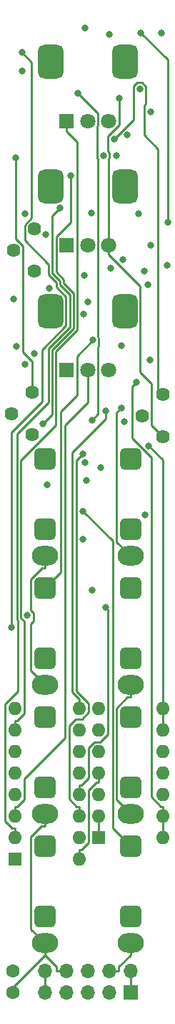
<source format=gbr>
%TF.GenerationSoftware,KiCad,Pcbnew,7.0.1*%
%TF.CreationDate,2023-06-11T21:55:06-04:00*%
%TF.ProjectId,as3340_no_mux,61733333-3430-45f6-9e6f-5f6d75782e6b,rev?*%
%TF.SameCoordinates,Original*%
%TF.FileFunction,Copper,L3,Inr*%
%TF.FilePolarity,Positive*%
%FSLAX46Y46*%
G04 Gerber Fmt 4.6, Leading zero omitted, Abs format (unit mm)*
G04 Created by KiCad (PCBNEW 7.0.1) date 2023-06-11 21:55:06*
%MOMM*%
%LPD*%
G01*
G04 APERTURE LIST*
G04 Aperture macros list*
%AMRoundRect*
0 Rectangle with rounded corners*
0 $1 Rounding radius*
0 $2 $3 $4 $5 $6 $7 $8 $9 X,Y pos of 4 corners*
0 Add a 4 corners polygon primitive as box body*
4,1,4,$2,$3,$4,$5,$6,$7,$8,$9,$2,$3,0*
0 Add four circle primitives for the rounded corners*
1,1,$1+$1,$2,$3*
1,1,$1+$1,$4,$5*
1,1,$1+$1,$6,$7*
1,1,$1+$1,$8,$9*
0 Add four rect primitives between the rounded corners*
20,1,$1+$1,$2,$3,$4,$5,0*
20,1,$1+$1,$4,$5,$6,$7,0*
20,1,$1+$1,$6,$7,$8,$9,0*
20,1,$1+$1,$8,$9,$2,$3,0*%
G04 Aperture macros list end*
%TA.AperFunction,ComponentPad*%
%ADD10R,1.800000X1.800000*%
%TD*%
%TA.AperFunction,ComponentPad*%
%ADD11C,1.800000*%
%TD*%
%TA.AperFunction,ComponentPad*%
%ADD12RoundRect,0.750000X0.750000X-1.250000X0.750000X1.250000X-0.750000X1.250000X-0.750000X-1.250000X0*%
%TD*%
%TA.AperFunction,ComponentPad*%
%ADD13C,1.620000*%
%TD*%
%TA.AperFunction,ComponentPad*%
%ADD14O,3.100000X2.300000*%
%TD*%
%TA.AperFunction,ComponentPad*%
%ADD15RoundRect,0.650000X-0.650000X-0.650000X0.650000X-0.650000X0.650000X0.650000X-0.650000X0.650000X0*%
%TD*%
%TA.AperFunction,ComponentPad*%
%ADD16C,1.600000*%
%TD*%
%TA.AperFunction,ComponentPad*%
%ADD17R,1.600000X1.600000*%
%TD*%
%TA.AperFunction,ComponentPad*%
%ADD18O,1.600000X1.600000*%
%TD*%
%TA.AperFunction,ComponentPad*%
%ADD19R,1.700000X1.700000*%
%TD*%
%TA.AperFunction,ComponentPad*%
%ADD20O,1.700000X1.700000*%
%TD*%
%TA.AperFunction,ViaPad*%
%ADD21C,0.800000*%
%TD*%
%TA.AperFunction,Conductor*%
%ADD22C,0.250000*%
%TD*%
G04 APERTURE END LIST*
D10*
%TO.N,Net-(R38-Pad1)*%
%TO.C,RV9*%
X185460000Y-73106000D03*
D11*
%TO.N,Net-(U2-VEE)*%
X187960000Y-73106000D03*
X190460000Y-73106000D03*
D12*
%TO.N,N/C*%
X183560000Y-66106000D03*
X192360000Y-66106000D03*
%TD*%
D10*
%TO.N,Net-(R4-Pad1)*%
%TO.C,RV7*%
X185460000Y-58374000D03*
D11*
X187960000Y-58374000D03*
%TO.N,+15V*%
X190460000Y-58374000D03*
D12*
%TO.N,N/C*%
X183560000Y-51374000D03*
X192360000Y-51374000D03*
%TD*%
D10*
%TO.N,Net-(U2-VHFT)*%
%TO.C,RV5*%
X185460000Y-43688000D03*
D11*
%TO.N,Net-(R17-Pad2)*%
X187960000Y-43688000D03*
%TO.N,GND*%
X190460000Y-43688000D03*
D12*
%TO.N,N/C*%
X183560000Y-36688000D03*
X192360000Y-36688000D03*
%TD*%
D13*
%TO.N,-15V*%
%TO.C,SineBiasTrim1*%
X181411000Y-75732000D03*
%TO.N,Net-(R55-Pad2)*%
X178911000Y-78232000D03*
%TO.N,+15V*%
X181411000Y-80732000D03*
%TD*%
D14*
%TO.N,GND*%
%TO.C,J15*%
X193040000Y-140716000D03*
D15*
%TO.N,Net-(J15-PadR)*%
X193040000Y-129316000D03*
%TO.N,N/C*%
X193040000Y-137616000D03*
%TD*%
%TO.N,N/C*%
%TO.C,J1*%
X182880000Y-122376000D03*
%TO.N,Net-(J25-Pin_1)*%
X182880000Y-114076000D03*
D14*
%TO.N,GND*%
X182880000Y-125476000D03*
%TD*%
%TO.N,GND*%
%TO.C,J5*%
X182880000Y-140716000D03*
D15*
%TO.N,Net-(J29-Pin_1)*%
X182880000Y-129316000D03*
%TO.N,N/C*%
X182880000Y-137616000D03*
%TD*%
D16*
%TO.N,GND*%
%TO.C,D1*%
X179070000Y-146538000D03*
%TO.N,Net-(D1-A)*%
X179070000Y-144038000D03*
%TD*%
D14*
%TO.N,GND*%
%TO.C,J2*%
X182880000Y-94996000D03*
D15*
%TO.N,Net-(J2-PadR)*%
X182880000Y-83596000D03*
%TO.N,N/C*%
X182880000Y-91896000D03*
%TD*%
D13*
%TO.N,Net-(R36-Pad1)*%
%TO.C,SineLevelTrim1*%
X196905000Y-75986000D03*
X194405000Y-78486000D03*
%TO.N,+15V*%
X196905000Y-80986000D03*
%TD*%
D14*
%TO.N,GND*%
%TO.C,J12*%
X193040000Y-94996000D03*
D15*
%TO.N,Net-(J12-PadR)*%
X193040000Y-83596000D03*
%TO.N,N/C*%
X193040000Y-91896000D03*
%TD*%
D13*
%TO.N,Net-(R64-Pad2)*%
%TO.C,SineShapeTrim1*%
X181665000Y-56428000D03*
%TO.N,Net-(R54-Pad2)*%
X179165000Y-58928000D03*
X181665000Y-61428000D03*
%TD*%
D14*
%TO.N,GND*%
%TO.C,J13*%
X193040000Y-110236000D03*
D15*
%TO.N,Net-(J13-PadR)*%
X193040000Y-98836000D03*
%TO.N,N/C*%
X193040000Y-107136000D03*
%TD*%
D14*
%TO.N,GND*%
%TO.C,J4*%
X182880000Y-110236000D03*
D15*
%TO.N,Net-(C1-Pad2)*%
X182880000Y-98836000D03*
%TO.N,N/C*%
X182880000Y-107136000D03*
%TD*%
D14*
%TO.N,GND*%
%TO.C,J14*%
X193040000Y-125476000D03*
D15*
%TO.N,Net-(J14-PadR)*%
X193040000Y-114076000D03*
%TO.N,N/C*%
X193040000Y-122376000D03*
%TD*%
D17*
%TO.N,Net-(U4A--)*%
%TO.C,U4*%
X189230000Y-128270000D03*
D18*
X189230000Y-125730000D03*
%TO.N,Net-(U4A-+)*%
X189230000Y-123190000D03*
%TO.N,+15V*%
X189230000Y-120650000D03*
%TO.N,Net-(J23-Pin_1)*%
X189230000Y-118110000D03*
%TO.N,Net-(U4B--)*%
X189230000Y-115570000D03*
%TO.N,Net-(R64-Pad2)*%
X189230000Y-113030000D03*
%TO.N,Net-(U4C--)*%
X196850000Y-113030000D03*
X196850000Y-115570000D03*
%TO.N,Net-(D1-A)*%
X196850000Y-118110000D03*
%TO.N,-15V*%
X196850000Y-120650000D03*
%TO.N,Net-(J23-Pin_5)*%
X196850000Y-123190000D03*
%TO.N,Net-(U4D--)*%
X196850000Y-125730000D03*
X196850000Y-128270000D03*
%TD*%
D19*
%TO.N,-15V*%
%TO.C,J11*%
X193035000Y-146563000D03*
D20*
X193035000Y-144023000D03*
%TO.N,GND*%
X190495000Y-146563000D03*
X190495000Y-144023000D03*
X187955000Y-146563000D03*
X187955000Y-144023000D03*
X185415000Y-146563000D03*
X185415000Y-144023000D03*
%TO.N,+15V*%
X182875000Y-146563000D03*
X182875000Y-144023000D03*
%TD*%
D17*
%TO.N,Net-(U2-SCALE1)*%
%TO.C,U2*%
X179324000Y-130810000D03*
D18*
%TO.N,Net-(U2-SCALE2)*%
X179324000Y-128270000D03*
%TO.N,Net-(U2-VEE)*%
X179324000Y-125730000D03*
%TO.N,Net-(J22-Pin_4)*%
X179324000Y-123190000D03*
%TO.N,Net-(U2-VPWM)*%
X179324000Y-120650000D03*
%TO.N,Net-(U2-VHSI)*%
X179324000Y-118110000D03*
%TO.N,Net-(U2-VHFT)*%
X179324000Y-115570000D03*
%TO.N,Net-(J22-Pin_5)*%
X179324000Y-113030000D03*
%TO.N,Net-(U2-VSSI)*%
X186944000Y-113030000D03*
%TO.N,Net-(J22-Pin_1)*%
X186944000Y-115570000D03*
%TO.N,Net-(U2-CAP)*%
X186944000Y-118110000D03*
%TO.N,GND*%
X186944000Y-120650000D03*
%TO.N,Net-(U2-VLFI)*%
X186944000Y-123190000D03*
%TO.N,Net-(U2-VS)*%
X186944000Y-125730000D03*
%TO.N,Net-(U2-VFCI)*%
X186944000Y-128270000D03*
%TO.N,+15V*%
X186944000Y-130810000D03*
%TD*%
D21*
%TO.N,Net-(U4A--)*%
X197387700Y-60715000D03*
%TO.N,Net-(U4D--)*%
X193765800Y-74497400D03*
%TO.N,Net-(U4C--)*%
X195209700Y-82011000D03*
X189814900Y-47725600D03*
%TO.N,Net-(R64-Pad2)*%
X191967400Y-70186100D03*
%TO.N,Net-(U4B--)*%
X180765900Y-102030800D03*
X179177000Y-64728400D03*
%TO.N,Net-(R55-Pad2)*%
X183034900Y-57057800D03*
%TO.N,Net-(U1A-+)*%
X183457200Y-63392400D03*
X188435600Y-54575800D03*
%TO.N,Net-(U2-VS)*%
X187441500Y-82965300D03*
%TO.N,Net-(U2-VPWM)*%
X187413200Y-93023900D03*
X180511100Y-72415300D03*
%TO.N,Net-(U2-SCALE2)*%
X184688500Y-53977500D03*
%TO.N,Net-(U2-VEE)*%
X192135000Y-60073000D03*
%TO.N,Net-(U2-SCALE1)*%
X194783900Y-90210100D03*
%TO.N,Net-(R38-Pad1)*%
X189522000Y-84555500D03*
%TO.N,Net-(R36-Pad2)*%
X182673000Y-79428300D03*
X185946900Y-50130000D03*
%TO.N,Net-(R36-Pad1)*%
X191131300Y-45824200D03*
%TO.N,Net-(R17-Pad2)*%
X196710400Y-33296800D03*
%TO.N,Net-(U2-VFCI)*%
X187621000Y-84021900D03*
X190686200Y-61060900D03*
X194137100Y-39924100D03*
%TO.N,Net-(U2-VLFI)*%
X190084300Y-101072000D03*
X193969400Y-54624900D03*
X190531700Y-33417400D03*
X187694500Y-32677600D03*
%TO.N,Net-(R4-Pad1)*%
X181625400Y-71103400D03*
%TO.N,Net-(U4A-+)*%
X195410000Y-42562600D03*
%TO.N,Net-(R3-Pad1)*%
X192278000Y-79183900D03*
X191405300Y-47759300D03*
%TO.N,Net-(R1-Pad2)*%
X188468000Y-78991900D03*
X186779100Y-40390700D03*
%TO.N,Net-(J15-PadR)*%
X187413200Y-89731300D03*
X180556300Y-54593600D03*
%TO.N,Net-(J14-PadR)*%
X195328300Y-71882000D03*
%TO.N,Net-(J13-PadR)*%
X195098500Y-62959900D03*
%TO.N,+15V*%
X191723400Y-41019600D03*
%TO.N,-15V*%
X188524900Y-99100900D03*
X179465000Y-48006000D03*
%TO.N,Net-(J29-Pin_1)*%
X179511800Y-70308300D03*
%TO.N,Net-(J2-PadR)*%
X187833500Y-86114100D03*
%TO.N,Net-(C9-Pad1)*%
X180176600Y-37780600D03*
X187482000Y-66494800D03*
%TO.N,Net-(U2-VHSI)*%
X178973000Y-103451600D03*
X180178900Y-35603900D03*
%TO.N,Net-(U2-VSSI)*%
X190105700Y-77891700D03*
X194666800Y-61363600D03*
%TO.N,Net-(C2-Pad2)*%
X192675000Y-45308200D03*
X183137600Y-86661800D03*
%TO.N,GND*%
X187532900Y-61864400D03*
X188000800Y-65044100D03*
X191945800Y-77539200D03*
%TO.N,Net-(C1-Pad2)*%
X188559400Y-69554500D03*
X195460000Y-58331300D03*
%TO.N,Net-(C1-Pad1)*%
X197440200Y-55603500D03*
X194248500Y-33251400D03*
%TD*%
D22*
%TO.N,Net-(U2-VHFT)*%
X179324000Y-115570000D02*
X179324000Y-114444700D01*
X185460000Y-43688000D02*
X185460000Y-44913300D01*
X179605300Y-114444700D02*
X179324000Y-114444700D01*
X180450400Y-113599600D02*
X179605300Y-114444700D01*
X180450400Y-102741000D02*
X180450400Y-113599600D01*
X180040600Y-102331200D02*
X180450400Y-102741000D01*
X180040600Y-83759600D02*
X180040600Y-102331200D01*
X184204900Y-79595300D02*
X180040600Y-83759600D01*
X184204900Y-70916700D02*
X184204900Y-79595300D01*
X186756700Y-68364900D02*
X184204900Y-70916700D01*
X186756700Y-63693500D02*
X186756700Y-68364900D01*
X186685400Y-63622200D02*
X186756700Y-63693500D01*
X186685400Y-46138700D02*
X186685400Y-63622200D01*
X185460000Y-44913300D02*
X186685400Y-46138700D01*
%TO.N,Net-(U4A--)*%
X189230000Y-125730000D02*
X189230000Y-128270000D01*
%TO.N,Net-(U4D--)*%
X196850000Y-128270000D02*
X196850000Y-125730000D01*
X196850000Y-125730000D02*
X196850000Y-124604700D01*
X193227300Y-75035900D02*
X193765800Y-74497400D01*
X193227300Y-81103300D02*
X193227300Y-75035900D01*
X195533900Y-83409900D02*
X193227300Y-81103300D01*
X195533900Y-123469400D02*
X195533900Y-83409900D01*
X196669200Y-124604700D02*
X195533900Y-123469400D01*
X196850000Y-124604700D02*
X196669200Y-124604700D01*
%TO.N,Net-(U4C--)*%
X196850000Y-115570000D02*
X196850000Y-113030000D01*
X196850000Y-83651300D02*
X195209700Y-82011000D01*
X196850000Y-111904700D02*
X196850000Y-83651300D01*
X196850000Y-113030000D02*
X196850000Y-111904700D01*
%TO.N,Net-(U2-VS)*%
X186944000Y-125730000D02*
X186944000Y-124604700D01*
X186665400Y-83741400D02*
X187441500Y-82965300D01*
X186665400Y-110989200D02*
X186665400Y-83741400D01*
X188104600Y-112428400D02*
X186665400Y-110989200D01*
X188104600Y-113487300D02*
X188104600Y-112428400D01*
X187291900Y-114300000D02*
X188104600Y-113487300D01*
X186592800Y-114300000D02*
X187291900Y-114300000D01*
X185787100Y-115105700D02*
X186592800Y-114300000D01*
X185787100Y-123729100D02*
X185787100Y-115105700D01*
X186662700Y-124604700D02*
X185787100Y-123729100D01*
X186944000Y-124604700D02*
X186662700Y-124604700D01*
%TO.N,Net-(U2-SCALE2)*%
X179324000Y-128270000D02*
X179324000Y-127144700D01*
X179042600Y-127144700D02*
X179324000Y-127144700D01*
X178198700Y-126300800D02*
X179042600Y-127144700D01*
X178198700Y-112516900D02*
X178198700Y-126300800D01*
X179702900Y-111012700D02*
X178198700Y-112516900D01*
X179702900Y-102630400D02*
X179702900Y-111012700D01*
X179590300Y-102517800D02*
X179702900Y-102630400D01*
X179590300Y-80611000D02*
X179590300Y-102517800D01*
X183304300Y-76897000D02*
X179590300Y-80611000D01*
X183304300Y-70543500D02*
X183304300Y-76897000D01*
X185856100Y-67991700D02*
X183304300Y-70543500D01*
X185856100Y-64201200D02*
X185856100Y-67991700D01*
X184680800Y-63025900D02*
X185856100Y-64201200D01*
X184680800Y-62566100D02*
X184680800Y-63025900D01*
X183784400Y-61669700D02*
X184680800Y-62566100D01*
X183784400Y-54881600D02*
X183784400Y-61669700D01*
X184688500Y-53977500D02*
X183784400Y-54881600D01*
%TO.N,Net-(U2-VEE)*%
X187960000Y-76867900D02*
X187960000Y-73106000D01*
X185252500Y-79575400D02*
X187960000Y-76867900D01*
X185252500Y-116491300D02*
X185252500Y-79575400D01*
X180449300Y-121294500D02*
X185252500Y-116491300D01*
X180449300Y-123760800D02*
X180449300Y-121294500D01*
X179605400Y-124604700D02*
X180449300Y-123760800D01*
X179324000Y-124604700D02*
X179605400Y-124604700D01*
X179324000Y-125730000D02*
X179324000Y-124604700D01*
%TO.N,Net-(R36-Pad2)*%
X183754600Y-78346700D02*
X182673000Y-79428300D01*
X183754600Y-70730100D02*
X183754600Y-78346700D01*
X186306400Y-68178300D02*
X183754600Y-70730100D01*
X186306400Y-64014600D02*
X186306400Y-68178300D01*
X185131100Y-62839300D02*
X186306400Y-64014600D01*
X185131100Y-62379500D02*
X185131100Y-62839300D01*
X184234700Y-61483100D02*
X185131100Y-62379500D01*
X184234700Y-57339200D02*
X184234700Y-61483100D01*
X185946900Y-55627000D02*
X184234700Y-57339200D01*
X185946900Y-50130000D02*
X185946900Y-55627000D01*
%TO.N,Net-(R36-Pad1)*%
X193411800Y-43543700D02*
X191131300Y-45824200D01*
X193411800Y-39548200D02*
X193411800Y-43543700D01*
X193796000Y-39164000D02*
X193411800Y-39548200D01*
X194428800Y-39164000D02*
X193796000Y-39164000D01*
X194880700Y-39615900D02*
X194428800Y-39164000D01*
X194880700Y-41634800D02*
X194880700Y-39615900D01*
X194653300Y-41862200D02*
X194880700Y-41634800D01*
X194653300Y-45312200D02*
X194653300Y-41862200D01*
X196308500Y-46967400D02*
X194653300Y-45312200D01*
X196308500Y-75389500D02*
X196308500Y-46967400D01*
X196905000Y-75986000D02*
X196308500Y-75389500D01*
%TO.N,Net-(U2-VLFI)*%
X190381900Y-101369600D02*
X190084300Y-101072000D01*
X190381900Y-116056300D02*
X190381900Y-101369600D01*
X189453600Y-116984600D02*
X190381900Y-116056300D01*
X188752100Y-116984600D02*
X189453600Y-116984600D01*
X188069300Y-117667400D02*
X188752100Y-116984600D01*
X188069300Y-121220800D02*
X188069300Y-117667400D01*
X187225400Y-122064700D02*
X188069300Y-121220800D01*
X186944000Y-122064700D02*
X187225400Y-122064700D01*
X186944000Y-123190000D02*
X186944000Y-122064700D01*
%TO.N,Net-(R1-Pad2)*%
X189185400Y-42797000D02*
X186779100Y-40390700D01*
X189185400Y-44195600D02*
X189185400Y-42797000D01*
X189064100Y-44316900D02*
X189185400Y-44195600D01*
X189064100Y-48030400D02*
X189064100Y-44316900D01*
X189210000Y-48176300D02*
X189064100Y-48030400D01*
X189210000Y-69179300D02*
X189210000Y-48176300D01*
X189284700Y-69254000D02*
X189210000Y-69179300D01*
X189284700Y-70281300D02*
X189284700Y-69254000D01*
X189210000Y-70356000D02*
X189284700Y-70281300D01*
X189210000Y-78249900D02*
X189210000Y-70356000D01*
X188468000Y-78991900D02*
X189210000Y-78249900D01*
%TO.N,Net-(J15-PadR)*%
X190931500Y-93249600D02*
X187413200Y-89731300D01*
X190931500Y-127207500D02*
X190931500Y-93249600D01*
X193040000Y-129316000D02*
X190931500Y-127207500D01*
%TO.N,+15V*%
X182875000Y-144023000D02*
X182875000Y-146563000D01*
X191723400Y-44157700D02*
X191723400Y-41019600D01*
X190395100Y-45486000D02*
X191723400Y-44157700D01*
X190395100Y-47280000D02*
X190395100Y-45486000D01*
X190540200Y-47425100D02*
X190395100Y-47280000D01*
X190540200Y-48026100D02*
X190540200Y-47425100D01*
X190460000Y-48106300D02*
X190540200Y-48026100D01*
X190460000Y-58374000D02*
X190460000Y-48106300D01*
X189019500Y-121775300D02*
X189230000Y-121775300D01*
X188069300Y-122725500D02*
X189019500Y-121775300D01*
X188069300Y-128840800D02*
X188069300Y-122725500D01*
X187225400Y-129684700D02*
X188069300Y-128840800D01*
X186944000Y-129684700D02*
X187225400Y-129684700D01*
X186944000Y-130810000D02*
X186944000Y-129684700D01*
X189230000Y-120650000D02*
X189230000Y-121775300D01*
X195540400Y-79621400D02*
X196905000Y-80986000D01*
X195540400Y-74650400D02*
X195540400Y-79621400D01*
X194203100Y-73313100D02*
X195540400Y-74650400D01*
X194203100Y-63166800D02*
X194203100Y-73313100D01*
X190460000Y-59423700D02*
X194203100Y-63166800D01*
X190460000Y-58374000D02*
X190460000Y-59423700D01*
%TO.N,-15V*%
X193035000Y-146563000D02*
X193035000Y-144023000D01*
X179465000Y-57622200D02*
X179465000Y-48006000D01*
X180300400Y-58457600D02*
X179465000Y-57622200D01*
X180300400Y-70991600D02*
X180300400Y-58457600D01*
X181411000Y-72102200D02*
X180300400Y-70991600D01*
X181411000Y-75732000D02*
X181411000Y-72102200D01*
%TO.N,Net-(U2-VHSI)*%
X181306500Y-36731500D02*
X180178900Y-35603900D01*
X181306500Y-55151600D02*
X181306500Y-36731500D01*
X180513200Y-55944900D02*
X181306500Y-55151600D01*
X180513200Y-57776200D02*
X180513200Y-55944900D01*
X183334000Y-60597000D02*
X180513200Y-57776200D01*
X183334000Y-61856300D02*
X183334000Y-60597000D01*
X184230500Y-62752800D02*
X183334000Y-61856300D01*
X184230500Y-63258900D02*
X184230500Y-62752800D01*
X185405800Y-64434200D02*
X184230500Y-63258900D01*
X185405800Y-67805100D02*
X185405800Y-64434200D01*
X182546300Y-70664600D02*
X185405800Y-67805100D01*
X182546300Y-76835600D02*
X182546300Y-70664600D01*
X178973000Y-80408900D02*
X182546300Y-76835600D01*
X178973000Y-103451600D02*
X178973000Y-80408900D01*
%TO.N,Net-(U2-VSSI)*%
X186944000Y-113030000D02*
X186944000Y-111904700D01*
X190105700Y-78813500D02*
X190105700Y-77891700D01*
X186148700Y-82770500D02*
X190105700Y-78813500D01*
X186148700Y-111109400D02*
X186148700Y-82770500D01*
X186944000Y-111904700D02*
X186148700Y-111109400D01*
%TO.N,GND*%
X192671200Y-111711300D02*
X193040000Y-111711300D01*
X191381900Y-113000600D02*
X192671200Y-111711300D01*
X191381900Y-123817900D02*
X191381900Y-113000600D01*
X193040000Y-125476000D02*
X191381900Y-123817900D01*
X193040000Y-110236000D02*
X193040000Y-111711300D01*
X182880000Y-94996000D02*
X182880000Y-96471300D01*
X179070000Y-146001300D02*
X179070000Y-146538000D01*
X182880000Y-142191300D02*
X179070000Y-146001300D01*
X182880000Y-140716000D02*
X182880000Y-142191300D01*
X184239700Y-143551000D02*
X182880000Y-142191300D01*
X184239700Y-144023000D02*
X184239700Y-143551000D01*
X185415000Y-144023000D02*
X184239700Y-144023000D01*
X182535900Y-96471300D02*
X182880000Y-96471300D01*
X181229900Y-97777300D02*
X182535900Y-96471300D01*
X181229900Y-101443200D02*
X181229900Y-97777300D01*
X181534000Y-101747300D02*
X181229900Y-101443200D01*
X181534000Y-102713100D02*
X181534000Y-101747300D01*
X181229800Y-103017300D02*
X181534000Y-102713100D01*
X181229800Y-108585800D02*
X181229800Y-103017300D01*
X182880000Y-110236000D02*
X181229800Y-108585800D01*
X191670300Y-143561000D02*
X191670300Y-144023000D01*
X193040000Y-142191300D02*
X191670300Y-143561000D01*
X193040000Y-140716000D02*
X193040000Y-142191300D01*
X190495000Y-144023000D02*
X191670300Y-144023000D01*
X181252100Y-139088100D02*
X182880000Y-140716000D01*
X181252100Y-128210400D02*
X181252100Y-139088100D01*
X182511200Y-126951300D02*
X181252100Y-128210400D01*
X182880000Y-126951300D02*
X182511200Y-126951300D01*
X182880000Y-125476000D02*
X182880000Y-126951300D01*
X191397700Y-78087300D02*
X191945800Y-77539200D01*
X191397700Y-93353700D02*
X191397700Y-78087300D01*
X193040000Y-94996000D02*
X191397700Y-93353700D01*
%TO.N,Net-(C1-Pad2)*%
X186685400Y-71428500D02*
X188559400Y-69554500D01*
X186685400Y-76077800D02*
X186685400Y-71428500D01*
X184755300Y-78007900D02*
X186685400Y-76077800D01*
X184755300Y-96960700D02*
X184755300Y-78007900D01*
X182880000Y-98836000D02*
X184755300Y-96960700D01*
%TO.N,Net-(C1-Pad1)*%
X197440200Y-36443100D02*
X194248500Y-33251400D01*
X197440200Y-55603500D02*
X197440200Y-36443100D01*
%TD*%
M02*

</source>
